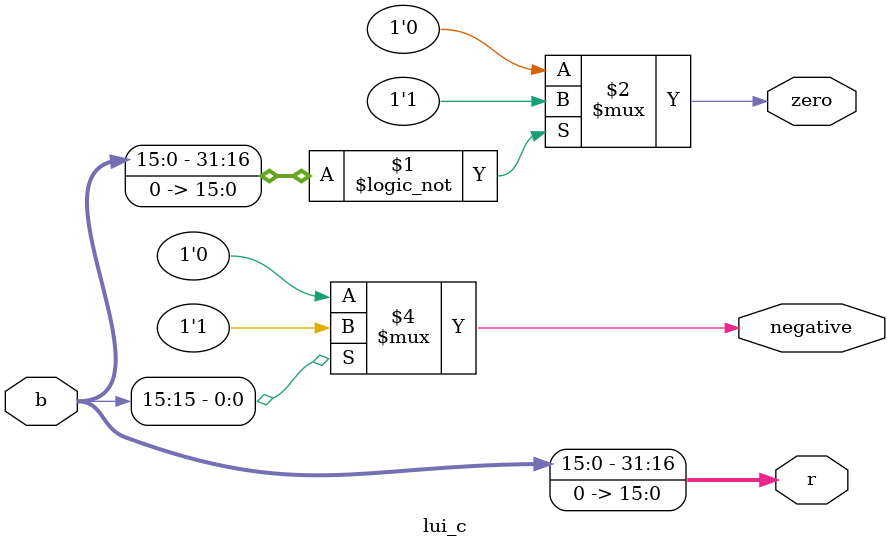
<source format=v>
`timescale 1ns / 1ps

module lui_c(b,r,zero,negative);
    input [31:0] b;
    output [31:0] r;
    output zero;
    output negative;

    assign r={b[15:0],16'b0}; 
    assign zero=(r==32'h0)?1'b1:1'b0;
    assign negative=(r[31]==1'b1)?1'b1:1'b0;
endmodule

</source>
